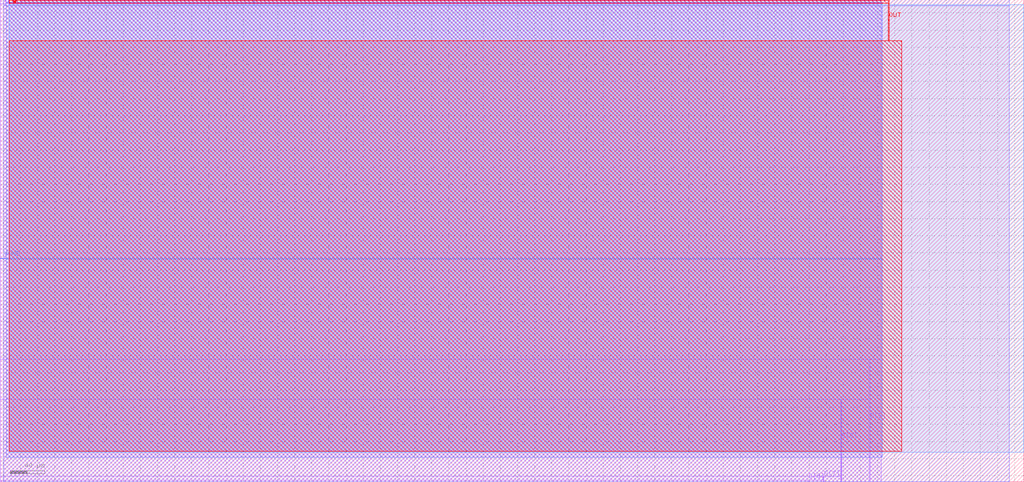
<source format=lef>
VERSION 5.7 ;
  NOWIREEXTENSIONATPIN ON ;
  DIVIDERCHAR "/" ;
  BUSBITCHARS "[]" ;
MACRO avsddac
  CLASS BLOCK ;
  FOREIGN avsddac ;
  ORIGIN -136.770 -613.050 ;
  SIZE 1193.570 BY 562.310 ;
  PIN D[9]
    DIRECTION INPUT ;
    USE SIGNAL ;
    PORT
      LAYER li1 ;
        RECT 1150.220 613.050 1151.250 755.620 ;
    END
  END D[9]
  PIN D[8]
    DIRECTION INPUT ;
    USE SIGNAL ;
    PORT
      LAYER li1 ;
        RECT 1117.200 613.050 1117.850 709.180 ;
    END
  END D[8]
  PIN D[7]
    DIRECTION INPUT ;
    USE SIGNAL ;
    PORT
      LAYER li1 ;
        RECT 1096.950 613.050 1097.260 619.510 ;
    END
  END D[7]
  PIN D[6]
    DIRECTION INPUT ;
    USE SIGNAL ;
    PORT
      LAYER li1 ;
        RECT 1078.220 613.050 1079.660 614.760 ;
    END
  END D[6]
  PIN D[5]
    DIRECTION INPUT ;
    USE SIGNAL ;
    PORT
      LAYER li1 ;
        RECT 226.250 1174.740 228.070 1175.360 ;
    END
  END D[5]
  PIN D[4]
    DIRECTION INPUT ;
    USE SIGNAL ;
    PORT
      LAYER li1 ;
        RECT 209.700 1174.310 211.150 1175.360 ;
    END
  END D[4]
  PIN D[3]
    DIRECTION INPUT ;
    USE SIGNAL ;
    PORT
      LAYER met1 ;
        RECT 432.010 1168.710 433.190 1175.360 ;
    END
  END D[3]
  PIN D[2]
    DIRECTION INPUT ;
    USE SIGNAL ;
    PORT
      LAYER li1 ;
        RECT 178.380 1174.680 180.110 1175.360 ;
    END
  END D[2]
  PIN D[1]
    DIRECTION INPUT ;
    USE SIGNAL ;
    PORT
      LAYER li1 ;
        RECT 160.760 1172.150 162.090 1175.360 ;
    END
  END D[1]
  PIN D[0]
    DIRECTION INPUT ;
    USE SIGNAL ;
    PORT
      LAYER li1 ;
        RECT 145.960 1172.220 146.570 1175.360 ;
    END
  END D[0]
  PIN VPWR
    DIRECTION INOUT ;
    USE POWER ;
    PORT
      LAYER met4 ;
        RECT 152.670 1171.410 154.120 1175.360 ;
    END
  END VPWR
  PIN VGND
    DIRECTION INOUT ;
    USE GROUND ;
    PORT
      LAYER met2 ;
        RECT 136.770 873.200 144.500 873.520 ;
    END
  END VGND
  PIN VREFH
    DIRECTION INPUT ;
    USE SIGNAL ;
    PORT
      LAYER li1 ;
        RECT 142.900 1170.680 143.170 1175.360 ;
    END
  END VREFH
  PIN OUT
    DIRECTION OUTPUT ;
    USE SIGNAL ;
    PORT
      LAYER met4 ;
        RECT 1172.680 1127.710 1173.730 1175.360 ;
    END
  END OUT
  OBS
      LAYER li1 ;
        RECT 136.770 1170.510 142.730 1175.360 ;
        RECT 143.340 1172.050 145.790 1175.360 ;
        RECT 146.740 1172.050 160.590 1175.360 ;
        RECT 143.340 1171.980 160.590 1172.050 ;
        RECT 162.260 1174.510 178.210 1175.360 ;
        RECT 180.280 1174.510 209.530 1175.360 ;
        RECT 162.260 1174.140 209.530 1174.510 ;
        RECT 211.320 1174.570 226.080 1175.360 ;
        RECT 228.240 1174.570 1164.190 1175.360 ;
        RECT 211.320 1174.140 1164.190 1174.570 ;
        RECT 162.260 1171.980 1164.190 1174.140 ;
        RECT 143.340 1170.510 1164.190 1171.980 ;
        RECT 136.770 755.790 1164.190 1170.510 ;
        RECT 136.770 709.350 1150.050 755.790 ;
        RECT 136.770 619.680 1117.030 709.350 ;
        RECT 136.770 614.930 1096.780 619.680 ;
        RECT 136.770 613.050 1078.050 614.930 ;
        RECT 1079.830 613.050 1096.780 614.930 ;
        RECT 1097.430 613.050 1117.030 619.680 ;
        RECT 1118.020 613.050 1150.050 709.350 ;
        RECT 1151.420 613.050 1164.190 755.790 ;
      LAYER met1 ;
        RECT 140.750 1168.430 431.730 1175.360 ;
        RECT 433.470 1168.430 1313.360 1175.360 ;
        RECT 140.750 613.050 1313.360 1168.430 ;
      LAYER met2 ;
        RECT 143.250 873.800 1165.380 1172.180 ;
        RECT 144.780 872.920 1165.380 873.800 ;
        RECT 143.250 641.910 1165.380 872.920 ;
      LAYER met3 ;
        RECT 146.990 647.680 1330.340 1169.670 ;
      LAYER met4 ;
        RECT 147.000 1171.010 152.270 1175.050 ;
        RECT 154.520 1171.010 1172.280 1175.050 ;
       
        
        RECT 147.000 648.540 1188.200 1127.310 ;
  END
END avsddac
END LIBRARY
</source>
